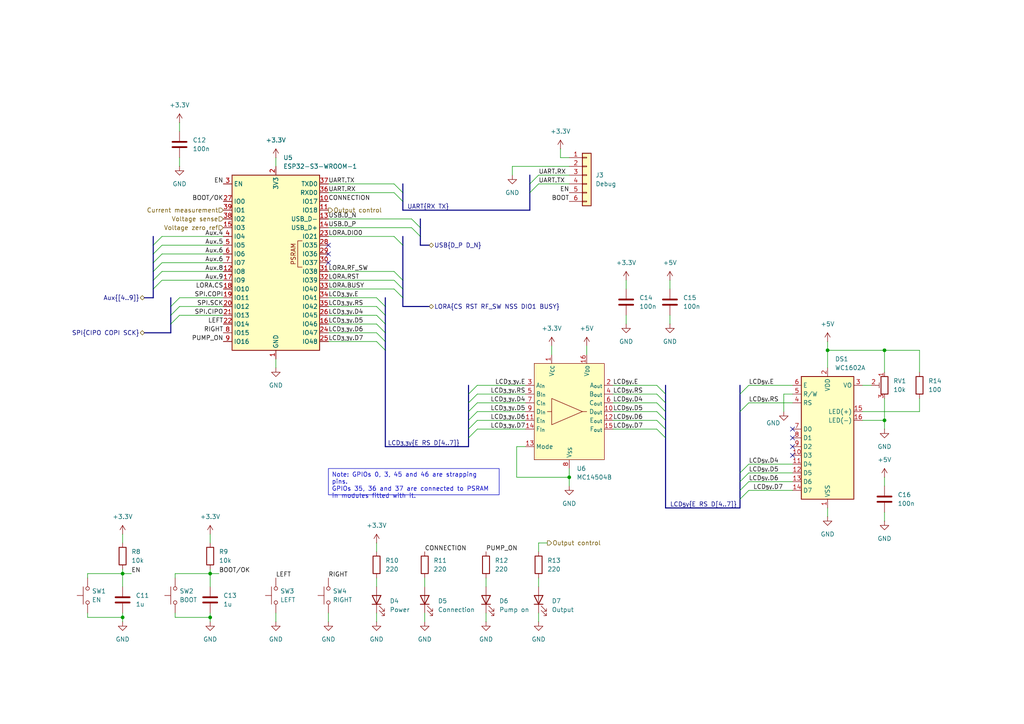
<source format=kicad_sch>
(kicad_sch (version 20250114) (generator "eeschema") (generator_version "9.0")
  (paper "A4")
  (title_block (title "Pump monitor - microcontroller and UI") (date "2025-09-25") (rev "V0.0.0") (company "Jotham Gates") (comment 4 "Warning: Parts of this circuit operate at mains potential."))
  (lib_symbols
    (symbol "Connector_Generic:Conn_01x06" (pin_names (offset 1.016) (hide yes))
      (property "Reference" "J" (at 0 7.62 0))
      (property "Value" "Conn_01x06" (at 0 -10.16 0))
      (symbol "Conn_01x06_1_1"
        (rectangle (start -1.27 6.35) (end 1.27 -8.89) (stroke (width 0.254)) (fill (type background)))
        (rectangle (start -1.27 5.207) (end 0 4.953) (stroke (width 0.1524)))
        (rectangle (start -1.27 2.667) (end 0 2.413) (stroke (width 0.1524)))
        (rectangle (start -1.27 0.127) (end 0 -0.127) (stroke (width 0.1524)))
        (rectangle (start -1.27 -2.413) (end 0 -2.667) (stroke (width 0.1524)))
        (rectangle (start -1.27 -4.953) (end 0 -5.207) (stroke (width 0.1524)))
        (rectangle (start -1.27 -7.493) (end 0 -7.747) (stroke (width 0.1524)))
        (pin passive line (at -5.08 5.08 0) (length 3.81) (name "Pin_1") (number "1"))
        (pin passive line (at -5.08 2.54 0) (length 3.81) (name "Pin_2") (number "2"))
        (pin passive line (at -5.08 0 0) (length 3.81) (name "Pin_3") (number "3"))
        (pin passive line (at -5.08 -2.54 0) (length 3.81) (name "Pin_4") (number "4"))
        (pin passive line (at -5.08 -5.08 0) (length 3.81) (name "Pin_5") (number "5"))
        (pin passive line (at -5.08 -7.62 0) (length 3.81) (name "Pin_6") (number "6"))
      )
    )
    (symbol "Device:C" (pin_numbers (hide yes)) (pin_names (offset 0.254))
      (property "Reference" "C" (at 0.635 2.54 0))
      (property "Value" "C" (at 0.635 -2.54 0))
      (symbol "C_0_1"
        (polyline (pts (xy -2.032 0.762) (xy 2.032 0.762)) (stroke (width 0.508)))
        (polyline (pts (xy -2.032 -0.762) (xy 2.032 -0.762)) (stroke (width 0.508)))
      )
      (symbol "C_1_1"
        (pin passive line (at 0 3.81 270) (length 2.794) (name "~") (number "1"))
        (pin passive line (at 0 -3.81 90) (length 2.794) (name "~") (number "2"))
      )
    )
    (symbol "Device:LED" (pin_numbers (hide yes)) (pin_names (offset 1.016) (hide yes))
      (property "Reference" "D" (at 0 2.54 0))
      (property "Value" "LED" (at 0 -2.54 0))
      (symbol "LED_0_1"
        (polyline (pts (xy -3.048 -0.762) (xy -4.572 -2.286) (xy -3.81 -2.286) (xy -4.572 -2.286) (xy -4.572 -1.524)))
        (polyline (pts (xy -1.778 -0.762) (xy -3.302 -2.286) (xy -2.54 -2.286) (xy -3.302 -2.286) (xy -3.302 -1.524)))
        (polyline (pts (xy -1.27 0) (xy 1.27 0)))
        (polyline (pts (xy -1.27 -1.27) (xy -1.27 1.27)) (stroke (width 0.254)))
        (polyline (pts (xy 1.27 -1.27) (xy 1.27 1.27) (xy -1.27 0) (xy 1.27 -1.27)) (stroke (width 0.254)))
      )
      (symbol "LED_1_1"
        (pin passive line (at -3.81 0 0) (length 2.54) (name "K") (number "1"))
        (pin passive line (at 3.81 0 180) (length 2.54) (name "A") (number "2"))
      )
    )
    (symbol "Device:R" (pin_numbers (hide yes)) (pin_names (offset 0))
      (property "Reference" "R" (at 2.032 0 90))
      (property "Value" "R" (at 0 0 90))
      (symbol "R_0_1"
        (rectangle (start -1.016 -2.54) (end 1.016 2.54) (stroke (width 0.254)))
      )
      (symbol "R_1_1"
        (pin passive line (at 0 3.81 270) (length 1.27) (name "~") (number "1"))
        (pin passive line (at 0 -3.81 90) (length 1.27) (name "~") (number "2"))
      )
    )
    (symbol "Device:R_Potentiometer_Trim" (pin_names (offset 1.016) (hide yes))
      (property "Reference" "RV" (at -4.445 0 90))
      (property "Value" "R_Potentiometer_Trim" (at -2.54 0 90))
      (symbol "R_Potentiometer_Trim_0_1"
        (rectangle (start 1.016 2.54) (end -1.016 -2.54) (stroke (width 0.254)))
        (polyline (pts (xy 1.524 0.762) (xy 1.524 -0.762)))
        (polyline (pts (xy 2.54 0) (xy 1.524 0)))
      )
      (symbol "R_Potentiometer_Trim_1_1"
        (pin passive line (at 0 3.81 270) (length 1.27) (name "1") (number "1"))
        (pin passive line (at 0 -3.81 90) (length 1.27) (name "3") (number "3"))
        (pin passive line (at 3.81 0 180) (length 1.27) (name "2") (number "2"))
      )
    )
    (symbol "Display_Character:WC1602A"
      (property "Reference" "DS" (at -5.842 19.05 0))
      (property "Value" "WC1602A" (at 5.334 19.05 0))
      (symbol "WC1602A_1_1"
        (rectangle (start -7.62 17.78) (end 7.62 -17.78) (stroke (width 0.254)) (fill (type background)))
        (pin input line (at -10.16 15.24 0) (length 2.54) (name "E") (number "6"))
        (pin input line (at -10.16 12.7 0) (length 2.54) (name "R/W") (number "5"))
        (pin input line (at -10.16 10.16 0) (length 2.54) (name "RS") (number "4"))
        (pin input line (at -10.16 2.54 0) (length 2.54) (name "D0") (number "7"))
        (pin input line (at -10.16 0 0) (length 2.54) (name "D1") (number "8"))
        (pin input line (at -10.16 -2.54 0) (length 2.54) (name "D2") (number "9"))
        (pin input line (at -10.16 -5.08 0) (length 2.54) (name "D3") (number "10"))
        (pin input line (at -10.16 -7.62 0) (length 2.54) (name "D4") (number "11"))
        (pin input line (at -10.16 -10.16 0) (length 2.54) (name "D5") (number "12"))
        (pin input line (at -10.16 -12.7 0) (length 2.54) (name "D6") (number "13"))
        (pin input line (at -10.16 -15.24 0) (length 2.54) (name "D7") (number "14"))
        (pin power_in line (at 0 20.32 270) (length 2.54) (name "VDD") (number "2"))
        (pin power_in line (at 0 -20.32 90) (length 2.54) (name "VSS") (number "1"))
        (pin input line (at 10.16 15.24 180) (length 2.54) (name "VO") (number "3"))
        (pin power_in line (at 10.16 7.62 180) (length 2.54) (name "LED(+)") (number "15"))
        (pin power_in line (at 10.16 5.08 180) (length 2.54) (name "LED(-)") (number "16"))
      )
    )
    (symbol "PumpMonitorCustom:MC14504B"
      (property "Reference" "U" (at 0 0 0))
      (property "Value" "MC14504B" (at 0 0 0))
      (symbol "MC14504B_0_1"
        (polyline (pts (xy -5.08 -15.24) (xy -6.35 -15.24)))
        (polyline (pts (xy 3.81 -15.24) (xy 5.08 -15.24)))
        (polyline (pts (xy 3.81 -15.24) (xy -5.08 -11.43) (xy -5.08 -19.05) (xy 3.81 -15.24)))
      )
      (symbol "MC14504B_1_1"
        (rectangle (start -10.16 -1.27) (end 10.16 -29.21) (fill (type background)))
        (pin input line (at -12.7 -7.62 0) (length 2.54) (name "A_{in}") (number "3"))
        (pin input line (at -12.7 -10.16 0) (length 2.54) (name "B_{in}") (number "5"))
        (pin input line (at -12.7 -12.7 0) (length 2.54) (name "C_{in}") (number "7"))
        (pin input line (at -12.7 -15.24 0) (length 2.54) (name "D_{in}") (number "9"))
        (pin input line (at -12.7 -17.78 0) (length 2.54) (name "E_{in}") (number "11"))
        (pin input line (at -12.7 -20.32 0) (length 2.54) (name "F_{in}") (number "14"))
        (pin input line (at -12.7 -25.4 0) (length 2.54) (name "Mode") (number "13"))
        (pin power_in line (at -5.08 1.27 270) (length 2.54) (name "V_{CC}") (number "1"))
        (pin power_in line (at 0 -31.75 90) (length 2.54) (name "V_{SS}") (number "8"))
        (pin power_in line (at 5.08 1.27 270) (length 2.54) (name "V_{DD}") (number "16"))
        (pin output line (at 12.7 -7.62 180) (length 2.54) (name "A_{out}") (number "2"))
        (pin output line (at 12.7 -10.16 180) (length 2.54) (name "B_{out}") (number "4"))
        (pin output line (at 12.7 -12.7 180) (length 2.54) (name "C_{out}") (number "6"))
        (pin output line (at 12.7 -15.24 180) (length 2.54) (name "D_{out}") (number "10"))
        (pin output line (at 12.7 -17.78 180) (length 2.54) (name "E_{out}") (number "12"))
        (pin output line (at 12.7 -20.32 180) (length 2.54) (name "F_{out}") (number "15"))
      )
    )
    (symbol "RF_Module:ESP32-S3-WROOM-1"
      (property "Reference" "U" (at -12.7 26.67 0))
      (property "Value" "ESP32-S3-WROOM-1" (at 12.7 26.67 0))
      (symbol "ESP32-S3-WROOM-1_0_0"
        (rectangle (start -12.7 25.4) (end 12.7 -25.4) (stroke (width 0.254)) (fill (type background)))
        (text "PSRAM" (at 5.08 2.54 900) (effects (font (size 1.27 1.27))))
      )
      (symbol "ESP32-S3-WROOM-1_0_1"
        (polyline (pts (xy 7.62 -1.27) (xy 6.35 -1.27) (xy 6.35 6.35) (xy 7.62 6.35)))
      )
      (symbol "ESP32-S3-WROOM-1_1_1"
        (pin input line (at -15.24 22.86 0) (length 2.54) (name "EN") (number "3"))
        (pin bidirectional line (at -15.24 17.78 0) (length 2.54) (name "IO0") (number "27"))
        (pin bidirectional line (at -15.24 15.24 0) (length 2.54) (name "IO1") (number "39"))
        (pin bidirectional line (at -15.24 12.7 0) (length 2.54) (name "IO2") (number "38"))
        (pin bidirectional line (at -15.24 10.16 0) (length 2.54) (name "IO3") (number "15"))
        (pin bidirectional line (at -15.24 7.62 0) (length 2.54) (name "IO4") (number "4"))
        (pin bidirectional line (at -15.24 5.08 0) (length 2.54) (name "IO5") (number "5"))
        (pin bidirectional line (at -15.24 2.54 0) (length 2.54) (name "IO6") (number "6"))
        (pin bidirectional line (at -15.24 0 0) (length 2.54) (name "IO7") (number "7"))
        (pin bidirectional line (at -15.24 -2.54 0) (length 2.54) (name "IO8") (number "12"))
        (pin bidirectional line (at -15.24 -5.08 0) (length 2.54) (name "IO9") (number "17"))
        (pin bidirectional line (at -15.24 -7.62 0) (length 2.54) (name "IO10") (number "18"))
        (pin bidirectional line (at -15.24 -10.16 0) (length 2.54) (name "IO11") (number "19"))
        (pin bidirectional line (at -15.24 -12.7 0) (length 2.54) (name "IO12") (number "20"))
        (pin bidirectional line (at -15.24 -15.24 0) (length 2.54) (name "IO13") (number "21"))
        (pin bidirectional line (at -15.24 -17.78 0) (length 2.54) (name "IO14") (number "22"))
        (pin bidirectional line (at -15.24 -20.32 0) (length 2.54) (name "IO15") (number "8"))
        (pin bidirectional line (at -15.24 -22.86 0) (length 2.54) (name "IO16") (number "9"))
        (pin power_in line (at 0 27.94 270) (length 2.54) (name "3V3") (number "2"))
        (pin power_in line (at 0 -27.94 90) (length 2.54) (name "GND") (number "1"))
        (pin passive line (at 0 -27.94 90) (length 2.54) (hide yes) (name "GND") (number "40"))
        (pin passive line (at 0 -27.94 90) (length 2.54) (hide yes) (name "GND") (number "41"))
        (pin bidirectional line (at 15.24 22.86 180) (length 2.54) (name "TXD0") (number "37"))
        (pin bidirectional line (at 15.24 20.32 180) (length 2.54) (name "RXD0") (number "36"))
        (pin bidirectional line (at 15.24 17.78 180) (length 2.54) (name "IO17") (number "10"))
        (pin bidirectional line (at 15.24 15.24 180) (length 2.54) (name "IO18") (number "11"))
        (pin bidirectional line (at 15.24 12.7 180) (length 2.54) (name "USB_D-") (number "13"))
        (pin bidirectional line (at 15.24 10.16 180) (length 2.54) (name "USB_D+") (number "14"))
        (pin bidirectional line (at 15.24 7.62 180) (length 2.54) (name "IO21") (number "23"))
        (pin bidirectional line (at 15.24 5.08 180) (length 2.54) (name "IO35") (number "28"))
        (pin bidirectional line (at 15.24 2.54 180) (length 2.54) (name "IO36") (number "29"))
        (pin bidirectional line (at 15.24 0 180) (length 2.54) (name "IO37") (number "30"))
        (pin bidirectional line (at 15.24 -2.54 180) (length 2.54) (name "IO38") (number "31"))
        (pin bidirectional line (at 15.24 -5.08 180) (length 2.54) (name "IO39") (number "32"))
        (pin bidirectional line (at 15.24 -7.62 180) (length 2.54) (name "IO40") (number "33"))
        (pin bidirectional line (at 15.24 -10.16 180) (length 2.54) (name "IO41") (number "34"))
        (pin bidirectional line (at 15.24 -12.7 180) (length 2.54) (name "IO42") (number "35"))
        (pin bidirectional line (at 15.24 -15.24 180) (length 2.54) (name "IO45") (number "26"))
        (pin bidirectional line (at 15.24 -17.78 180) (length 2.54) (name "IO46") (number "16"))
        (pin bidirectional line (at 15.24 -20.32 180) (length 2.54) (name "IO47") (number "24"))
        (pin bidirectional line (at 15.24 -22.86 180) (length 2.54) (name "IO48") (number "25"))
      )
    )
    (symbol "Switch:SW_Push" (pin_numbers (hide yes)) (pin_names (offset 1.016) (hide yes))
      (property "Reference" "SW" (at 1.27 2.54 0))
      (property "Value" "SW_Push" (at 0 -1.524 0))
      (symbol "SW_Push_0_1"
        (circle (center -2.032 0) (radius 0.508))
        (polyline (pts (xy 0 1.27) (xy 0 3.048)))
        (circle (center 2.032 0) (radius 0.508))
        (polyline (pts (xy 2.54 1.27) (xy -2.54 1.27)))
        (pin passive line (at -5.08 0 0) (length 2.54) (name "1") (number "1"))
        (pin passive line (at 5.08 0 180) (length 2.54) (name "2") (number "2"))
      )
    )
    (symbol "power:+3.3V" (power) (pin_numbers (hide yes)) (pin_names (offset 0) (hide yes))
      (property "Value" "+3.3V" (at 0 3.556 0))
      (symbol "+3.3V_0_1"
        (polyline (pts (xy -0.762 1.27) (xy 0 2.54)))
        (polyline (pts (xy 0 2.54) (xy 0.762 1.27)))
        (polyline (pts (xy 0 0) (xy 0 2.54)))
      )
      (symbol "+3.3V_1_1"
        (pin power_in line (at 0 0 90) (length 0) (name "~") (number "1"))
      )
    )
    (symbol "power:+5V" (power) (pin_numbers (hide yes)) (pin_names (offset 0) (hide yes))
      (property "Value" "+5V" (at 0 3.556 0))
      (symbol "+5V_0_1"
        (polyline (pts (xy -0.762 1.27) (xy 0 2.54)))
        (polyline (pts (xy 0 2.54) (xy 0.762 1.27)))
        (polyline (pts (xy 0 0) (xy 0 2.54)))
      )
      (symbol "+5V_1_1"
        (pin power_in line (at 0 0 90) (length 0) (name "~") (number "1"))
      )
    )
    (symbol "power:GND" (power) (pin_numbers (hide yes)) (pin_names (offset 0) (hide yes))
      (property "Value" "GND" (at 0 -3.81 0))
      (symbol "GND_0_1"
        (polyline (pts (xy 0 0) (xy 0 -1.27) (xy 1.27 -1.27) (xy 0 -2.54) (xy -1.27 -1.27) (xy 0 -1.27)))
      )
      (symbol "GND_1_1"
        (pin power_in line (at 0 0 270) (length 0) (name "~") (number "1"))
      )
    )
  )
  (text_box "Note: GPIOs 0, 3, 45 and 46 are strapping pins.\nGPIOs 35, 36 and 37 are connected to PSRAM in modules fitted with it." (at 95.25 135.89 0) (size 49.53 7.62) (margins 0.9525 0.9525 0.9525 0.9525) (effects (font (size 1.27 1.27)) (justify left top)))
  (junction (at 35.56 166.37))
  (junction (at 60.96 166.37))
  (junction (at 165.1 138.43))
  (junction (at 60.96 179.07))
  (junction (at 240.03 101.6))
  (junction (at 35.56 179.07))
  (junction (at 256.54 121.92))
  (junction (at 256.54 101.6))
  (no_connect (at 95.25 73.66))
  (no_connect (at 95.25 76.2))
  (no_connect (at 229.87 124.46))
  (no_connect (at 95.25 71.12))
  (no_connect (at 229.87 127))
  (no_connect (at 229.87 129.54))
  (no_connect (at 229.87 132.08))
  (bus_entry (at 111.76 93.98) (size -2.54 -2.54))
  (bus_entry (at 49.53 88.9) (size 2.54 -2.54))
  (bus_entry (at 121.92 66.04) (size -2.54 -2.54))
  (bus_entry (at 135.89 116.84) (size 2.54 -2.54))
  (bus_entry (at 153.67 53.34) (size 2.54 -2.54))
  (bus_entry (at 193.04 127) (size -2.54 -2.54))
  (bus_entry (at 114.3 68.58) (size 2.54 2.54))
  (bus_entry (at 114.3 83.82) (size 2.54 2.54))
  (bus_entry (at 49.53 91.44) (size 2.54 -2.54))
  (bus_entry (at 214.63 142.24) (size 2.54 -2.54))
  (bus_entry (at 193.04 121.92) (size -2.54 -2.54))
  (bus_entry (at 193.04 119.38) (size -2.54 -2.54))
  (bus_entry (at 135.89 119.38) (size 2.54 -2.54))
  (bus_entry (at 135.89 124.46) (size 2.54 -2.54))
  (bus_entry (at 214.63 137.16) (size 2.54 -2.54))
  (bus_entry (at 193.04 114.3) (size -2.54 -2.54))
  (bus_entry (at 111.76 91.44) (size -2.54 -2.54))
  (bus_entry (at 49.53 93.98) (size 2.54 -2.54))
  (bus_entry (at 44.45 71.12) (size 2.54 -2.54))
  (bus_entry (at 44.45 78.74) (size 2.54 -2.54))
  (bus_entry (at 114.3 55.88) (size 2.54 2.54))
  (bus_entry (at 214.63 144.78) (size 2.54 -2.54))
  (bus_entry (at 44.45 73.66) (size 2.54 -2.54))
  (bus_entry (at 44.45 83.82) (size 2.54 -2.54))
  (bus_entry (at 135.89 121.92) (size 2.54 -2.54))
  (bus_entry (at 135.89 127) (size 2.54 -2.54))
  (bus_entry (at 214.63 139.7) (size 2.54 -2.54))
  (bus_entry (at 214.63 119.38) (size 2.54 -2.54))
  (bus_entry (at 121.92 68.58) (size -2.54 -2.54))
  (bus_entry (at 114.3 78.74) (size 2.54 2.54))
  (bus_entry (at 44.45 81.28) (size 2.54 -2.54))
  (bus_entry (at 111.76 101.6) (size -2.54 -2.54))
  (bus_entry (at 135.89 114.3) (size 2.54 -2.54))
  (bus_entry (at 114.3 53.34) (size 2.54 2.54))
  (bus_entry (at 44.45 76.2) (size 2.54 -2.54))
  (bus_entry (at 193.04 116.84) (size -2.54 -2.54))
  (bus_entry (at 114.3 81.28) (size 2.54 2.54))
  (bus_entry (at 111.76 96.52) (size -2.54 -2.54))
  (bus_entry (at 214.63 114.3) (size 2.54 -2.54))
  (bus_entry (at 111.76 88.9) (size -2.54 -2.54))
  (bus_entry (at 193.04 124.46) (size -2.54 -2.54))
  (bus_entry (at 153.67 55.88) (size 2.54 -2.54))
  (bus_entry (at 111.76 99.06) (size -2.54 -2.54))
  (bus (pts (xy 153.67 55.88) (xy 153.67 60.96)))
  (wire (pts (xy 109.22 157.48) (xy 109.22 160.02)))
  (wire (pts (xy 217.17 142.24) (xy 229.87 142.24)))
  (wire (pts (xy 35.56 166.37) (xy 38.1 166.37)))
  (wire (pts (xy 177.8 124.46) (xy 190.5 124.46)))
  (wire (pts (xy 227.33 114.3) (xy 227.33 119.38)))
  (wire (pts (xy 46.99 73.66) (xy 64.77 73.66)))
  (bus (pts (xy 214.63 111.76) (xy 214.63 114.3)))
  (bus (pts (xy 116.84 55.88) (xy 116.84 58.42)))
  (wire (pts (xy 80.01 177.8) (xy 80.01 180.34)))
  (bus (pts (xy 116.84 81.28) (xy 116.84 83.82)))
  (bus (pts (xy 44.45 78.74) (xy 44.45 81.28)))
  (wire (pts (xy 250.19 111.76) (xy 252.73 111.76)))
  (bus (pts (xy 135.89 116.84) (xy 135.89 119.38)))
  (wire (pts (xy 95.25 91.44) (xy 109.22 91.44)))
  (wire (pts (xy 25.4 166.37) (xy 35.56 166.37)))
  (bus (pts (xy 116.84 86.36) (xy 116.84 88.9)))
  (wire (pts (xy 156.21 50.8) (xy 165.1 50.8)))
  (bus (pts (xy 44.45 76.2) (xy 44.45 78.74)))
  (wire (pts (xy 50.8 167.64) (xy 50.8 166.37)))
  (bus (pts (xy 193.04 111.76) (xy 193.04 114.3)))
  (wire (pts (xy 160.02 100.33) (xy 160.02 102.87)))
  (wire (pts (xy 177.8 111.76) (xy 190.5 111.76)))
  (wire (pts (xy 165.1 140.97) (xy 165.1 138.43)))
  (bus (pts (xy 44.45 73.66) (xy 44.45 76.2)))
  (wire (pts (xy 217.17 134.62) (xy 229.87 134.62)))
  (wire (pts (xy 217.17 111.76) (xy 229.87 111.76)))
  (wire (pts (xy 256.54 148.59) (xy 256.54 151.13)))
  (wire (pts (xy 217.17 116.84) (xy 229.87 116.84)))
  (wire (pts (xy 60.96 179.07) (xy 50.8 179.07)))
  (bus (pts (xy 116.84 71.12) (xy 116.84 81.28)))
  (bus (pts (xy 135.89 114.3) (xy 135.89 116.84)))
  (bus (pts (xy 44.45 83.82) (xy 44.45 86.36)))
  (wire (pts (xy 256.54 138.43) (xy 256.54 140.97)))
  (bus (pts (xy 41.91 96.52) (xy 49.53 96.52)))
  (wire (pts (xy 109.22 177.8) (xy 109.22 180.34)))
  (bus (pts (xy 111.76 88.9) (xy 111.76 91.44)))
  (wire (pts (xy 256.54 115.57) (xy 256.54 121.92)))
  (wire (pts (xy 177.8 119.38) (xy 190.5 119.38)))
  (bus (pts (xy 111.76 93.98) (xy 111.76 96.52)))
  (wire (pts (xy 52.07 91.44) (xy 64.77 91.44)))
  (bus (pts (xy 121.92 66.04) (xy 121.92 68.58)))
  (bus (pts (xy 153.67 50.8) (xy 153.67 53.34)))
  (wire (pts (xy 50.8 177.8) (xy 50.8 179.07)))
  (wire (pts (xy 95.25 81.28) (xy 114.3 81.28)))
  (wire (pts (xy 123.19 177.8) (xy 123.19 180.34)))
  (wire (pts (xy 95.25 63.5) (xy 119.38 63.5)))
  (wire (pts (xy 165.1 45.72) (xy 162.56 45.72)))
  (wire (pts (xy 50.8 166.37) (xy 60.96 166.37)))
  (bus (pts (xy 193.04 127) (xy 193.04 147.32)))
  (bus (pts (xy 124.46 71.12) (xy 121.92 71.12)))
  (wire (pts (xy 165.1 138.43) (xy 165.1 135.89)))
  (bus (pts (xy 111.76 129.54) (xy 135.89 129.54)))
  (wire (pts (xy 95.25 83.82) (xy 114.3 83.82)))
  (wire (pts (xy 95.25 86.36) (xy 109.22 86.36)))
  (wire (pts (xy 35.56 177.8) (xy 35.56 179.07)))
  (bus (pts (xy 135.89 124.46) (xy 135.89 127)))
  (wire (pts (xy 46.99 81.28) (xy 64.77 81.28)))
  (bus (pts (xy 214.63 139.7) (xy 214.63 142.24)))
  (wire (pts (xy 60.96 166.37) (xy 63.5 166.37)))
  (bus (pts (xy 193.04 124.46) (xy 193.04 127)))
  (wire (pts (xy 140.97 177.8) (xy 140.97 180.34)))
  (wire (pts (xy 52.07 35.56) (xy 52.07 38.1)))
  (wire (pts (xy 138.43 121.92) (xy 152.4 121.92)))
  (wire (pts (xy 177.8 114.3) (xy 190.5 114.3)))
  (bus (pts (xy 116.84 58.42) (xy 116.84 60.96)))
  (bus (pts (xy 116.84 60.96) (xy 153.67 60.96)))
  (wire (pts (xy 95.25 66.04) (xy 119.38 66.04)))
  (bus (pts (xy 121.92 68.58) (xy 121.92 71.12)))
  (wire (pts (xy 181.61 81.28) (xy 181.61 83.82)))
  (wire (pts (xy 138.43 116.84) (xy 152.4 116.84)))
  (wire (pts (xy 240.03 99.06) (xy 240.03 101.6)))
  (wire (pts (xy 156.21 167.64) (xy 156.21 170.18)))
  (wire (pts (xy 194.31 81.28) (xy 194.31 83.82)))
  (wire (pts (xy 177.8 121.92) (xy 190.5 121.92)))
  (wire (pts (xy 35.56 180.34) (xy 35.56 179.07)))
  (bus (pts (xy 111.76 86.36) (xy 111.76 88.9)))
  (wire (pts (xy 156.21 53.34) (xy 165.1 53.34)))
  (bus (pts (xy 193.04 116.84) (xy 193.04 119.38)))
  (wire (pts (xy 138.43 124.46) (xy 152.4 124.46)))
  (wire (pts (xy 46.99 78.74) (xy 64.77 78.74)))
  (wire (pts (xy 158.75 157.48) (xy 156.21 157.48)))
  (bus (pts (xy 193.04 121.92) (xy 193.04 124.46)))
  (wire (pts (xy 138.43 114.3) (xy 152.4 114.3)))
  (wire (pts (xy 35.56 165.1) (xy 35.56 166.37)))
  (bus (pts (xy 121.92 63.5) (xy 121.92 66.04)))
  (wire (pts (xy 95.25 53.34) (xy 114.3 53.34)))
  (wire (pts (xy 95.25 78.74) (xy 114.3 78.74)))
  (wire (pts (xy 266.7 107.95) (xy 266.7 101.6)))
  (wire (pts (xy 149.86 129.54) (xy 149.86 138.43)))
  (wire (pts (xy 240.03 101.6) (xy 256.54 101.6)))
  (wire (pts (xy 123.19 167.64) (xy 123.19 170.18)))
  (bus (pts (xy 214.63 144.78) (xy 214.63 147.32)))
  (wire (pts (xy 256.54 121.92) (xy 256.54 124.46)))
  (wire (pts (xy 52.07 88.9) (xy 64.77 88.9)))
  (wire (pts (xy 266.7 101.6) (xy 256.54 101.6)))
  (wire (pts (xy 52.07 86.36) (xy 64.77 86.36)))
  (wire (pts (xy 156.21 157.48) (xy 156.21 160.02)))
  (wire (pts (xy 95.25 88.9) (xy 109.22 88.9)))
  (wire (pts (xy 46.99 71.12) (xy 64.77 71.12)))
  (wire (pts (xy 80.01 104.14) (xy 80.01 106.68)))
  (wire (pts (xy 60.96 166.37) (xy 60.96 170.18)))
  (bus (pts (xy 124.46 88.9) (xy 116.84 88.9)))
  (wire (pts (xy 266.7 115.57) (xy 266.7 119.38)))
  (wire (pts (xy 194.31 91.44) (xy 194.31 93.98)))
  (bus (pts (xy 49.53 86.36) (xy 49.53 88.9)))
  (bus (pts (xy 49.53 88.9) (xy 49.53 91.44)))
  (wire (pts (xy 35.56 179.07) (xy 25.4 179.07)))
  (wire (pts (xy 60.96 177.8) (xy 60.96 179.07)))
  (wire (pts (xy 25.4 167.64) (xy 25.4 166.37)))
  (wire (pts (xy 80.01 45.72) (xy 80.01 48.26)))
  (wire (pts (xy 177.8 116.84) (xy 190.5 116.84)))
  (wire (pts (xy 95.25 99.06) (xy 109.22 99.06)))
  (bus (pts (xy 214.63 114.3) (xy 214.63 119.38)))
  (bus (pts (xy 111.76 99.06) (xy 111.76 101.6)))
  (wire (pts (xy 60.96 180.34) (xy 60.96 179.07)))
  (wire (pts (xy 138.43 119.38) (xy 152.4 119.38)))
  (wire (pts (xy 95.25 93.98) (xy 109.22 93.98)))
  (bus (pts (xy 49.53 91.44) (xy 49.53 93.98)))
  (wire (pts (xy 95.25 177.8) (xy 95.25 180.34)))
  (wire (pts (xy 148.59 48.26) (xy 148.59 50.8)))
  (bus (pts (xy 135.89 121.92) (xy 135.89 124.46)))
  (wire (pts (xy 46.99 68.58) (xy 64.77 68.58)))
  (bus (pts (xy 135.89 119.38) (xy 135.89 121.92)))
  (bus (pts (xy 111.76 96.52) (xy 111.76 99.06)))
  (bus (pts (xy 116.84 53.34) (xy 116.84 55.88)))
  (bus (pts (xy 214.63 119.38) (xy 214.63 137.16)))
  (wire (pts (xy 240.03 101.6) (xy 240.03 106.68)))
  (bus (pts (xy 214.63 137.16) (xy 214.63 139.7)))
  (wire (pts (xy 35.56 154.94) (xy 35.56 157.48)))
  (bus (pts (xy 135.89 111.76) (xy 135.89 114.3)))
  (wire (pts (xy 256.54 101.6) (xy 256.54 107.95)))
  (wire (pts (xy 140.97 167.64) (xy 140.97 170.18)))
  (wire (pts (xy 156.21 177.8) (xy 156.21 180.34)))
  (wire (pts (xy 95.25 68.58) (xy 114.3 68.58)))
  (bus (pts (xy 44.45 81.28) (xy 44.45 83.82)))
  (wire (pts (xy 152.4 129.54) (xy 149.86 129.54)))
  (bus (pts (xy 44.45 68.58) (xy 44.45 71.12)))
  (bus (pts (xy 135.89 127) (xy 135.89 129.54)))
  (wire (pts (xy 149.86 138.43) (xy 165.1 138.43)))
  (bus (pts (xy 116.84 68.58) (xy 116.84 71.12)))
  (bus (pts (xy 41.91 86.36) (xy 44.45 86.36)))
  (wire (pts (xy 46.99 76.2) (xy 64.77 76.2)))
  (wire (pts (xy 240.03 147.32) (xy 240.03 149.86)))
  (wire (pts (xy 109.22 167.64) (xy 109.22 170.18)))
  (wire (pts (xy 217.17 139.7) (xy 229.87 139.7)))
  (wire (pts (xy 256.54 121.92) (xy 250.19 121.92)))
  (wire (pts (xy 266.7 119.38) (xy 250.19 119.38)))
  (bus (pts (xy 49.53 93.98) (xy 49.53 96.52)))
  (wire (pts (xy 95.25 96.52) (xy 109.22 96.52)))
  (wire (pts (xy 181.61 91.44) (xy 181.61 93.98)))
  (bus (pts (xy 193.04 119.38) (xy 193.04 121.92)))
  (bus (pts (xy 116.84 83.82) (xy 116.84 86.36)))
  (wire (pts (xy 138.43 111.76) (xy 152.4 111.76)))
  (wire (pts (xy 95.25 55.88) (xy 114.3 55.88)))
  (wire (pts (xy 60.96 165.1) (xy 60.96 166.37)))
  (bus (pts (xy 44.45 71.12) (xy 44.45 73.66)))
  (bus (pts (xy 193.04 147.32) (xy 214.63 147.32)))
  (wire (pts (xy 60.96 154.94) (xy 60.96 157.48)))
  (bus (pts (xy 153.67 53.34) (xy 153.67 55.88)))
  (wire (pts (xy 162.56 45.72) (xy 162.56 43.18)))
  (bus (pts (xy 214.63 142.24) (xy 214.63 144.78)))
  (wire (pts (xy 148.59 48.26) (xy 165.1 48.26)))
  (wire (pts (xy 170.18 100.33) (xy 170.18 102.87)))
  (bus (pts (xy 111.76 91.44) (xy 111.76 93.98)))
  (wire (pts (xy 217.17 137.16) (xy 229.87 137.16)))
  (bus (pts (xy 193.04 114.3) (xy 193.04 116.84)))
  (wire (pts (xy 35.56 166.37) (xy 35.56 170.18)))
  (bus (pts (xy 111.76 129.54) (xy 111.76 101.6)))
  (wire (pts (xy 25.4 177.8) (xy 25.4 179.07)))
  (wire (pts (xy 229.87 114.3) (xy 227.33 114.3)))
  (wire (pts (xy 52.07 45.72) (xy 52.07 48.26)))
  (label "LCD_{5V}.E" (at 177.8 111.76 0))
  (label "LCD_{5V}.D7" (at 218.44 142.24 0))
  (label "SPI.CIPO" (at 64.77 91.44 180))
  (label "LCD_{3.3V}.RS" (at 152.4 114.3 180))
  (label "LCD_{5V}.D7" (at 177.8 124.46 0))
  (label "EN" (at 38.1 166.37 0))
  (label "LCD_{3.3V}.D4" (at 152.4 116.84 180))
  (label "LORA.RST" (at 95.25 81.28 0))
  (label "LCD_{5V}.D6" (at 217.17 139.7 0))
  (label "LCD_{3.3V}{E RS D[4..7]}" (at 133.35 129.54 180))
  (label "LCD_{5V}.D6" (at 177.8 121.92 0))
  (label "LCD_{3.3V}.D4" (at 95.25 91.44 0))
  (label "LCD_{3.3V}.D5" (at 152.4 119.38 180))
  (label "LCD_{3.3V}.E" (at 152.4 111.76 180))
  (label "Aux.6" (at 64.77 73.66 180))
  (label "BOOT{slash}OK" (at 63.5 166.37 0))
  (label "LCD_{5V}.D5" (at 217.17 137.16 0))
  (label "LCD_{3.3V}.D5" (at 95.25 93.98 0))
  (label "PUMP_ON" (at 140.97 160.02 0))
  (label "Aux.4" (at 64.77 68.58 180))
  (label "UART.TX" (at 156.21 53.34 0))
  (label "LCD_{5V}.RS" (at 177.8 114.3 0))
  (label "UART.TX" (at 95.25 53.34 0))
  (label "Aux.5" (at 64.77 71.12 180))
  (label "PUMP_ON" (at 64.77 99.06 180))
  (label "RIGHT" (at 64.77 96.52 180))
  (label "LCD_{3.3V}.D6" (at 95.25 96.52 0))
  (label "CONNECTION" (at 123.19 160.02 0))
  (label "UART.RX" (at 95.25 55.88 0))
  (label "UART.RX" (at 156.21 50.8 0))
  (label "LCD_{3.3V}.E" (at 95.25 86.36 0))
  (label "EN" (at 64.77 53.34 180))
  (label "Aux.6" (at 64.77 76.2 180))
  (label "USB.D_P" (at 95.25 66.04 0))
  (label "LEFT" (at 64.77 93.98 180))
  (label "LCD_{3.3V}.D7" (at 152.4 124.46 180))
  (label "EN" (at 165.1 55.88 180))
  (label "LCD_{3.3V}.D6" (at 152.4 121.92 180))
  (label "Aux.9" (at 64.77 81.28 180))
  (label "LCD_{5V}.RS" (at 217.17 116.84 0))
  (label "SPI.SCK" (at 64.77 88.9 180))
  (label "LCD_{5V}.E" (at 217.17 111.76 0))
  (label "SPI.COPI" (at 64.77 86.36 180))
  (label "LCD_{3.3V}.D7" (at 95.25 99.06 0))
  (label "LORA.CS" (at 64.77 83.82 180))
  (label "LCD_{5V}{E RS D[4..7]}" (at 194.31 147.32 0))
  (label "LEFT" (at 80.01 167.64 0))
  (label "LCD_{3.3V}.RS" (at 95.25 88.9 0))
  (label "Aux.8" (at 64.77 78.74 180))
  (label "BOOT" (at 165.1 58.42 180))
  (label "LORA.DIO0" (at 95.25 68.58 0))
  (label "RIGHT" (at 95.25 167.64 0))
  (label "LCD_{5V}.D4" (at 177.8 116.84 0))
  (label "LCD_{5V}.D5" (at 177.8 119.38 0))
  (label "LCD_{5V}.D4" (at 217.17 134.62 0))
  (label "CONNECTION" (at 95.25 58.42 0))
  (label "UART{RX TX}" (at 118.11 60.96 0))
  (label "LORA.BUSY" (at 95.25 83.82 0))
  (label "LORA.RF_SW" (at 95.25 78.74 0))
  (label "BOOT{slash}OK" (at 64.77 58.42 180))
  (label "USB.D_N" (at 95.25 63.5 0))
  (hierarchical_label "USB{D_P D_N}" (shape bidirectional) (at 124.46 71.12 0))
  (hierarchical_label "Current measurement" (shape input) (at 64.77 60.96 180))
  (hierarchical_label "Voltage sense" (shape input) (at 64.77 63.5 180))
  (hierarchical_label "SPI{CIPO COPI SCK}" (shape bidirectional) (at 41.91 96.52 180))
  (hierarchical_label "Output control" (shape output) (at 158.75 157.48 0))
  (hierarchical_label "LORA{CS RST RF_SW NSS DIO1 BUSY}" (shape bidirectional) (at 124.46 88.9 0))
  (hierarchical_label "Output control" (shape output) (at 95.25 60.96 0))
  (hierarchical_label "Voltage zero ref" (shape input) (at 64.77 66.04 180))
  (hierarchical_label "Aux{[4..9]}" (shape bidirectional) (at 41.91 86.36 180))
  (symbol (lib_id "power:GND") (at 156.21 180.34 0) (unit 1)
    (property "Reference" "#PWR039" (effects (hide yes)))
    (property "Value" "GND" (at 156.21 185.42 0))
    (property "Description" "Power symbol creates a global label with name \"GND\" , ground" (effects (hide yes)))
  )
  (symbol (lib_id "power:GND") (at 140.97 180.34 0) (unit 1)
    (property "Reference" "#PWR037" (effects (hide yes)))
    (property "Value" "GND" (at 140.97 185.42 0))
    (property "Description" "Power symbol creates a global label with name \"GND\" , ground" (effects (hide yes)))
  )
  (symbol (lib_id "power:GND") (at 95.25 180.34 0) (unit 1)
    (property "Reference" "#PWR033" (effects (hide yes)))
    (property "Value" "GND" (at 95.25 185.42 0))
    (property "Description" "Power symbol creates a global label with name \"GND\" , ground" (effects (hide yes)))
  )
  (symbol (lib_id "Device:C") (at 35.56 173.99 180) (unit 1)
    (property "Reference" "C11" (at 39.37 172.7199 0) (effects (justify right)))
    (property "Value" "1u" (at 39.37 175.2599 0) (effects (justify right)))
    (property "Footprint" "Capacitor_SMD:C_0805_2012Metric_Pad1.18x1.45mm_HandSolder" (effects (hide yes)))
    (property "Description" "Unpolarized capacitor" (effects (hide yes)))
    (property "PlaceOnSecondary" "No" (effects (hide yes)))
    (property "SchematicVersionModified" "V1.0.4" (effects (hide yes)))
  )
  (symbol (lib_id "power:GND") (at 256.54 124.46 0) (unit 1)
    (property "Reference" "#PWR051" (effects (hide yes)))
    (property "Value" "GND" (at 256.54 129.54 0))
    (property "Description" "Power symbol creates a global label with name \"GND\" , ground" (effects (hide yes)))
  )
  (symbol (lib_id "Device:C") (at 181.61 87.63 0) (unit 1)
    (property "Reference" "C14" (at 185.42 86.3599 0) (effects (justify left)))
    (property "Value" "100n" (at 185.42 88.8999 0) (effects (justify left)))
    (property "Footprint" "Capacitor_SMD:C_0805_2012Metric_Pad1.18x1.45mm_HandSolder" (effects (hide yes)))
    (property "Description" "Unpolarized capacitor" (effects (hide yes)))
  )
  (symbol (lib_id "Switch:SW_Push") (at 95.25 172.72 90) (unit 1)
    (property "Reference" "SW4" (at 96.52 171.4499 90) (effects (justify right)))
    (property "Value" "RIGHT" (at 96.52 173.9899 90) (effects (justify right)))
    (property "Description" "Push button switch, generic, two pins" (effects (hide yes)))
    (property "PlaceOnSecondary" "No" (effects (hide yes)))
    (property "SchematicVersionModified" "V1.0.4" (effects (hide yes)))
  )
  (symbol (lib_id "Device:R_Potentiometer_Trim") (at 256.54 111.76 0) (mirror y) (unit 1)
    (property "Reference" "RV1" (at 259.08 110.4899 0) (effects (justify right)))
    (property "Value" "10k" (at 259.08 113.0299 0) (effects (justify right)))
    (property "Description" "Trim-potentiometer" (effects (hide yes)))
  )
  (symbol (lib_id "power:GND") (at 52.07 48.26 0) (unit 1)
    (property "Reference" "#PWR027" (effects (hide yes)))
    (property "Value" "GND" (at 52.07 53.34 0))
    (property "Description" "Power symbol creates a global label with name \"GND\" , ground" (effects (hide yes)))
  )
  (symbol (lib_id "Device:C") (at 194.31 87.63 0) (unit 1)
    (property "Reference" "C15" (at 198.12 86.3599 0) (effects (justify left)))
    (property "Value" "100n" (at 198.12 88.8999 0) (effects (justify left)))
    (property "Footprint" "Capacitor_SMD:C_0805_2012Metric_Pad1.18x1.45mm_HandSolder" (effects (hide yes)))
    (property "Description" "Unpolarized capacitor" (effects (hide yes)))
  )
  (symbol (lib_id "Device:C") (at 52.07 41.91 0) (unit 1)
    (property "Reference" "C12" (at 55.88 40.6399 0) (effects (justify left)))
    (property "Value" "100n" (at 55.88 43.1799 0) (effects (justify left)))
    (property "Footprint" "Capacitor_SMD:C_0805_2012Metric_Pad1.18x1.45mm_HandSolder" (effects (hide yes)))
    (property "Description" "Unpolarized capacitor" (effects (hide yes)))
  )
  (symbol (lib_id "Device:C") (at 256.54 144.78 0) (unit 1)
    (property "Reference" "C16" (at 260.35 143.5099 0) (effects (justify left)))
    (property "Value" "100n" (at 260.35 146.0499 0) (effects (justify left)))
    (property "Footprint" "Capacitor_SMD:C_0805_2012Metric_Pad1.18x1.45mm_HandSolder" (effects (hide yes)))
    (property "Description" "Unpolarized capacitor" (effects (hide yes)))
  )
  (symbol (lib_id "power:+5V") (at 256.54 138.43 0) (unit 1)
    (property "Reference" "#PWR052" (effects (hide yes)))
    (property "Value" "+5V" (at 256.54 133.35 0))
    (property "Description" "Power symbol creates a global label with name \"+5V\"" (effects (hide yes)))
  )
  (symbol (lib_id "power:+5V") (at 240.03 99.06 0) (unit 1)
    (property "Reference" "#PWR049" (effects (hide yes)))
    (property "Value" "+5V" (at 240.03 93.98 0))
    (property "Description" "Power symbol creates a global label with name \"+5V\"" (effects (hide yes)))
  )
  (symbol (lib_id "RF_Module:ESP32-S3-WROOM-1") (at 80.01 76.2 0) (unit 1)
    (property "Reference" "U5" (at 82.1533 45.72 0) (effects (justify left)))
    (property "Value" "ESP32-S3-WROOM-1" (at 82.1533 48.26 0) (effects (justify left)))
    (property "Footprint" "RF_Module:ESP32-S3-WROOM-1" (effects (hide yes)))
    (property "Datasheet" "https://www.espressif.com/sites/default/files/documentation/esp32-s3-wroom-1_wroom-1u_datasheet_en.pdf" (effects (hide yes)))
    (property "Description" "RF Module, ESP32-S3 SoC, Wi-Fi 802.11b/g/n, Bluetooth, BLE, 32-bit, 3.3V, onboard antenna, SMD" (effects (hide yes)))
  )
  (symbol (lib_id "power:GND") (at 194.31 93.98 0) (unit 1)
    (property "Reference" "#PWR047" (effects (hide yes)))
    (property "Value" "GND" (at 194.31 99.06 0))
    (property "Description" "Power symbol creates a global label with name \"GND\" , ground" (effects (hide yes)))
  )
  (symbol (lib_id "Connector_Generic:Conn_01x06") (at 170.18 50.8 0) (unit 1)
    (property "Reference" "J3" (at 172.72 50.7999 0) (effects (justify left)))
    (property "Value" "Debug" (at 172.72 53.3399 0) (effects (justify left)))
    (property "Footprint" "Connector_PinHeader_2.54mm:PinHeader_1x06_P2.54mm_Vertical" (effects (hide yes)))
    (property "Description" "Generic connector, single row, 01x06, script generated (kicad-library-utils/schlib/autogen/connector/)" (effects (hide yes)))
  )
  (symbol (lib_id "power:GND") (at 240.03 149.86 0) (unit 1)
    (property "Reference" "#PWR050" (effects (hide yes)))
    (property "Value" "GND" (at 240.03 154.94 0))
    (property "Description" "Power symbol creates a global label with name \"GND\" , ground" (effects (hide yes)))
  )
  (symbol (lib_id "Device:R") (at 266.7 111.76 0) (unit 1)
    (property "Reference" "R14" (at 269.24 110.4899 0) (effects (justify left)))
    (property "Value" "100" (at 269.24 113.0299 0) (effects (justify left)))
    (property "Footprint" "Resistor_THT:R_Axial_DIN0207_L6.3mm_D2.5mm_P7.62mm_Horizontal" (effects (hide yes)))
    (property "Description" "Resistor" (effects (hide yes)))
  )
  (symbol (lib_id "Device:R") (at 140.97 163.83 0) (unit 1)
    (property "Reference" "R12" (at 143.51 162.5599 0) (effects (justify left)))
    (property "Value" "220" (at 143.51 165.0999 0) (effects (justify left)))
    (property "Footprint" "Resistor_SMD:R_0805_2012Metric_Pad1.20x1.40mm_HandSolder" (effects (hide yes)))
    (property "Description" "Resistor" (effects (hide yes)))
  )
  (symbol (lib_id "power:+3.3V") (at 60.96 154.94 0) (unit 1)
    (property "Reference" "#PWR028" (effects (hide yes)))
    (property "Value" "+3.3V" (at 60.96 149.86 0))
    (property "Description" "Power symbol creates a global label with name \"+3.3V\"" (effects (hide yes)))
  )
  (symbol (lib_id "power:GND") (at 148.59 50.8 0) (unit 1)
    (property "Reference" "#PWR038" (effects (hide yes)))
    (property "Value" "GND" (at 148.59 55.88 0))
    (property "Description" "Power symbol creates a global label with name \"GND\" , ground" (effects (hide yes)))
  )
  (symbol (lib_id "power:+3.3V") (at 35.56 154.94 0) (unit 1)
    (property "Reference" "#PWR024" (effects (hide yes)))
    (property "Value" "+3.3V" (at 35.56 149.86 0))
    (property "Description" "Power symbol creates a global label with name \"+3.3V\"" (effects (hide yes)))
  )
  (symbol (lib_id "power:+5V") (at 170.18 100.33 0) (unit 1)
    (property "Reference" "#PWR043" (effects (hide yes)))
    (property "Value" "+5V" (at 170.18 95.25 0))
    (property "Description" "Power symbol creates a global label with name \"+5V\"" (effects (hide yes)))
  )
  (symbol (lib_id "power:GND") (at 165.1 140.97 0) (unit 1)
    (property "Reference" "#PWR042" (effects (hide yes)))
    (property "Value" "GND" (at 165.1 146.05 0))
    (property "Description" "Power symbol creates a global label with name \"GND\" , ground" (effects (hide yes)))
  )
  (symbol (lib_id "power:+3.3V") (at 109.22 157.48 0) (unit 1)
    (property "Reference" "#PWR034" (effects (hide yes)))
    (property "Value" "+3.3V" (at 109.22 152.4 0))
    (property "Description" "Power symbol creates a global label with name \"+3.3V\"" (effects (hide yes)))
  )
  (symbol (lib_id "power:GND") (at 256.54 151.13 0) (unit 1)
    (property "Reference" "#PWR053" (effects (hide yes)))
    (property "Value" "GND" (at 256.54 156.21 0))
    (property "Description" "Power symbol creates a global label with name \"GND\" , ground" (effects (hide yes)))
  )
  (symbol (lib_id "power:+3.3V") (at 162.56 43.18 0) (unit 1)
    (property "Reference" "#PWR041" (effects (hide yes)))
    (property "Value" "+3.3V" (at 162.56 38.1 0))
    (property "Description" "Power symbol creates a global label with name \"+3.3V\"" (effects (hide yes)))
  )
  (symbol (lib_id "Device:C") (at 60.96 173.99 180) (unit 1)
    (property "Reference" "C13" (at 64.77 172.7199 0) (effects (justify right)))
    (property "Value" "1u" (at 64.77 175.2599 0) (effects (justify right)))
    (property "Footprint" "Capacitor_SMD:C_0805_2012Metric_Pad1.18x1.45mm_HandSolder" (effects (hide yes)))
    (property "Description" "Unpolarized capacitor" (effects (hide yes)))
    (property "PlaceOnSecondary" "No" (effects (hide yes)))
    (property "SchematicVersionModified" "V1.0.4" (effects (hide yes)))
  )
  (symbol (lib_id "power:+3.3V") (at 160.02 100.33 0) (unit 1)
    (property "Reference" "#PWR040" (effects (hide yes)))
    (property "Value" "+3.3V" (at 160.02 95.25 0))
    (property "Description" "Power symbol creates a global label with name \"+3.3V\"" (effects (hide yes)))
  )
  (symbol (lib_id "Device:R") (at 60.96 161.29 0) (unit 1)
    (property "Reference" "R9" (at 63.5 160.0199 0) (effects (justify left)))
    (property "Value" "10k" (at 63.5 162.5599 0) (effects (justify left)))
    (property "Footprint" "Resistor_SMD:R_0603_1608Metric_Pad0.98x0.95mm_HandSolder" (effects (hide yes)))
    (property "Description" "Resistor" (effects (hide yes)))
    (property "PlaceOnSecondary" "No" (effects (hide yes)))
    (property "SchematicVersionModified" "V1.0.4" (effects (hide yes)))
  )
  (symbol (lib_id "power:GND") (at 35.56 180.34 0) (unit 1)
    (property "Reference" "#PWR025" (effects (hide yes)))
    (property "Value" "GND" (at 35.56 185.42 0))
    (property "Description" "Power symbol creates a global label with name \"GND\" , ground" (effects (hide yes)))
  )
  (symbol (lib_id "power:GND") (at 123.19 180.34 0) (unit 1)
    (property "Reference" "#PWR036" (effects (hide yes)))
    (property "Value" "GND" (at 123.19 185.42 0))
    (property "Description" "Power symbol creates a global label with name \"GND\" , ground" (effects (hide yes)))
  )
  (symbol (lib_id "power:+5V") (at 194.31 81.28 0) (unit 1)
    (property "Reference" "#PWR046" (effects (hide yes)))
    (property "Value" "+5V" (at 194.31 76.2 0))
    (property "Description" "Power symbol creates a global label with name \"+5V\"" (effects (hide yes)))
  )
  (symbol (lib_id "Device:R") (at 123.19 163.83 0) (unit 1)
    (property "Reference" "R11" (at 125.73 162.5599 0) (effects (justify left)))
    (property "Value" "220" (at 125.73 165.0999 0) (effects (justify left)))
    (property "Footprint" "Resistor_SMD:R_0805_2012Metric_Pad1.20x1.40mm_HandSolder" (effects (hide yes)))
    (property "Description" "Resistor" (effects (hide yes)))
  )
  (symbol (lib_id "power:+3.3V") (at 52.07 35.56 0) (unit 1)
    (property "Reference" "#PWR026" (effects (hide yes)))
    (property "Value" "+3.3V" (at 52.07 30.48 0))
    (property "Description" "Power symbol creates a global label with name \"+3.3V\"" (effects (hide yes)))
  )
  (symbol (lib_id "Switch:SW_Push") (at 50.8 172.72 90) (unit 1)
    (property "Reference" "SW2" (at 52.07 171.4499 90) (effects (justify right)))
    (property "Value" "BOOT" (at 52.07 173.9899 90) (effects (justify right)))
    (property "Description" "Push button switch, generic, two pins" (effects (hide yes)))
    (property "PlaceOnSecondary" "No" (effects (hide yes)))
    (property "SchematicVersionModified" "V1.0.4" (effects (hide yes)))
  )
  (symbol (lib_id "PumpMonitorCustom:MC14504B") (at 165.1 104.14 0) (unit 1)
    (property "Reference" "U6" (at 167.2433 135.89 0) (effects (justify left)))
    (property "Value" "MC14504B" (at 167.2433 138.43 0) (effects (justify left)))
    (property "Footprint" "Package_SO:TSSOP-16_4.4x5mm_P0.65mm" (effects (hide yes)))
    (property "Datasheet" "https://www.onsemi.com/pdf/datasheet/mc14504b-d.pdf" (effects (hide yes)))
    (property "Description" "Hex Level Shifter for TTL to CMOS or CMOS to CMOS" (effects (hide yes)))
  )
  (symbol (lib_id "Device:R") (at 156.21 163.83 0) (unit 1)
    (property "Reference" "R13" (at 158.75 162.5599 0) (effects (justify left)))
    (property "Value" "220" (at 158.75 165.0999 0) (effects (justify left)))
    (property "Footprint" "Resistor_SMD:R_0805_2012Metric_Pad1.20x1.40mm_HandSolder" (effects (hide yes)))
    (property "Description" "Resistor" (effects (hide yes)))
  )
  (symbol (lib_id "power:GND") (at 109.22 180.34 0) (unit 1)
    (property "Reference" "#PWR035" (effects (hide yes)))
    (property "Value" "GND" (at 109.22 185.42 0))
    (property "Description" "Power symbol creates a global label with name \"GND\" , ground" (effects (hide yes)))
  )
  (symbol (lib_id "Device:LED") (at 109.22 173.99 90) (unit 1)
    (property "Reference" "D4" (at 113.03 174.3074 90) (effects (justify right)))
    (property "Value" "Power" (at 113.03 176.8474 90) (effects (justify right)))
    (property "Footprint" "LED_THT:LED_D5.0mm" (effects (hide yes)))
    (property "Description" "Light emitting diode" (effects (hide yes)))
    (property "Sim.Pins" "1=K 2=A" (effects (hide yes)))
  )
  (symbol (lib_id "power:+3.3V") (at 80.01 45.72 0) (unit 1)
    (property "Reference" "#PWR030" (effects (hide yes)))
    (property "Value" "+3.3V" (at 80.01 40.64 0))
    (property "Description" "Power symbol creates a global label with name \"+3.3V\"" (effects (hide yes)))
  )
  (symbol (lib_id "Device:LED") (at 123.19 173.99 90) (unit 1)
    (property "Reference" "D5" (at 127 174.3074 90) (effects (justify right)))
    (property "Value" "Connection" (at 127 176.8474 90) (effects (justify right)))
    (property "Footprint" "LED_THT:LED_D5.0mm" (effects (hide yes)))
    (property "Description" "Light emitting diode" (effects (hide yes)))
    (property "Sim.Pins" "1=K 2=A" (effects (hide yes)))
  )
  (symbol (lib_id "Device:LED") (at 156.21 173.99 90) (unit 1)
    (property "Reference" "D7" (at 160.02 174.3074 90) (effects (justify right)))
    (property "Value" "Output" (at 160.02 176.8474 90) (effects (justify right)))
    (property "Footprint" "LED_THT:LED_D5.0mm" (effects (hide yes)))
    (property "Description" "Light emitting diode" (effects (hide yes)))
    (property "Sim.Pins" "1=K 2=A" (effects (hide yes)))
  )
  (symbol (lib_id "Device:R") (at 35.56 161.29 0) (unit 1)
    (property "Reference" "R8" (at 38.1 160.0199 0) (effects (justify left)))
    (property "Value" "10k" (at 38.1 162.5599 0) (effects (justify left)))
    (property "Footprint" "Resistor_SMD:R_0603_1608Metric_Pad0.98x0.95mm_HandSolder" (effects (hide yes)))
    (property "Description" "Resistor" (effects (hide yes)))
    (property "PlaceOnSecondary" "No" (effects (hide yes)))
    (property "SchematicVersionModified" "V1.0.4" (effects (hide yes)))
  )
  (symbol (lib_id "Device:LED") (at 140.97 173.99 90) (unit 1)
    (property "Reference" "D6" (at 144.78 174.3074 90) (effects (justify right)))
    (property "Value" "Pump on" (at 144.78 176.8474 90) (effects (justify right)))
    (property "Footprint" "LED_THT:LED_D5.0mm" (effects (hide yes)))
    (property "Description" "Light emitting diode" (effects (hide yes)))
    (property "Sim.Pins" "1=K 2=A" (effects (hide yes)))
  )
  (symbol (lib_id "power:GND") (at 181.61 93.98 0) (unit 1)
    (property "Reference" "#PWR045" (effects (hide yes)))
    (property "Value" "GND" (at 181.61 99.06 0))
    (property "Description" "Power symbol creates a global label with name \"GND\" , ground" (effects (hide yes)))
  )
  (symbol (lib_id "Device:R") (at 109.22 163.83 0) (unit 1)
    (property "Reference" "R10" (at 111.76 162.5599 0) (effects (justify left)))
    (property "Value" "220" (at 111.76 165.0999 0) (effects (justify left)))
    (property "Footprint" "Resistor_SMD:R_0805_2012Metric_Pad1.20x1.40mm_HandSolder" (effects (hide yes)))
    (property "Description" "Resistor" (effects (hide yes)))
  )
  (symbol (lib_id "power:GND") (at 80.01 106.68 0) (unit 1)
    (property "Reference" "#PWR031" (effects (hide yes)))
    (property "Value" "GND" (at 80.01 111.76 0))
    (property "Description" "Power symbol creates a global label with name \"GND\" , ground" (effects (hide yes)))
  )
  (symbol (lib_id "power:+3.3V") (at 181.61 81.28 0) (unit 1)
    (property "Reference" "#PWR044" (effects (hide yes)))
    (property "Value" "+3.3V" (at 181.61 76.2 0))
    (property "Description" "Power symbol creates a global label with name \"+3.3V\"" (effects (hide yes)))
  )
  (symbol (lib_id "Display_Character:WC1602A") (at 240.03 127 0) (unit 1)
    (property "Reference" "DS1" (at 242.1733 104.14 0) (effects (justify left)))
    (property "Value" "WC1602A" (at 242.1733 106.68 0) (effects (justify left)))
    (property "Footprint" "Display:WC1602A" (effects (hide yes)))
    (property "Datasheet" "http://www.wincomlcd.com/pdf/WC1602A-SFYLYHTC06.pdf" (effects (hide yes)))
    (property "Description" "LCD 16x2 Alphanumeric , 8 bit parallel bus, 5V VDD" (effects (hide yes)))
  )
  (symbol (lib_id "power:GND") (at 80.01 180.34 0) (unit 1)
    (property "Reference" "#PWR032" (effects (hide yes)))
    (property "Value" "GND" (at 80.01 185.42 0))
    (property "Description" "Power symbol creates a global label with name \"GND\" , ground" (effects (hide yes)))
  )
  (symbol (lib_id "power:GND") (at 60.96 180.34 0) (unit 1)
    (property "Reference" "#PWR029" (effects (hide yes)))
    (property "Value" "GND" (at 60.96 185.42 0))
    (property "Description" "Power symbol creates a global label with name \"GND\" , ground" (effects (hide yes)))
  )
  (symbol (lib_id "power:GND") (at 227.33 119.38 0) (unit 1)
    (property "Reference" "#PWR048" (effects (hide yes)))
    (property "Value" "GND" (at 224.282 122.682 0))
    (property "Description" "Power symbol creates a global label with name \"GND\" , ground" (effects (hide yes)))
  )
  (symbol (lib_id "Switch:SW_Push") (at 25.4 172.72 90) (unit 1)
    (property "Reference" "SW1" (at 26.67 171.4499 90) (effects (justify right)))
    (property "Value" "EN" (at 26.67 173.9899 90) (effects (justify right)))
    (property "Description" "Push button switch, generic, two pins" (effects (hide yes)))
    (property "PlaceOnSecondary" "No" (effects (hide yes)))
    (property "SchematicVersionModified" "V1.0.4" (effects (hide yes)))
  )
  (symbol (lib_id "Switch:SW_Push") (at 80.01 172.72 90) (unit 1)
    (property "Reference" "SW3" (at 81.28 171.4499 90) (effects (justify right)))
    (property "Value" "LEFT" (at 81.28 173.9899 90) (effects (justify right)))
    (property "Description" "Push button switch, generic, two pins" (effects (hide yes)))
    (property "PlaceOnSecondary" "No" (effects (hide yes)))
    (property "SchematicVersionModified" "V1.0.4" (effects (hide yes)))
  )
)
</source>
